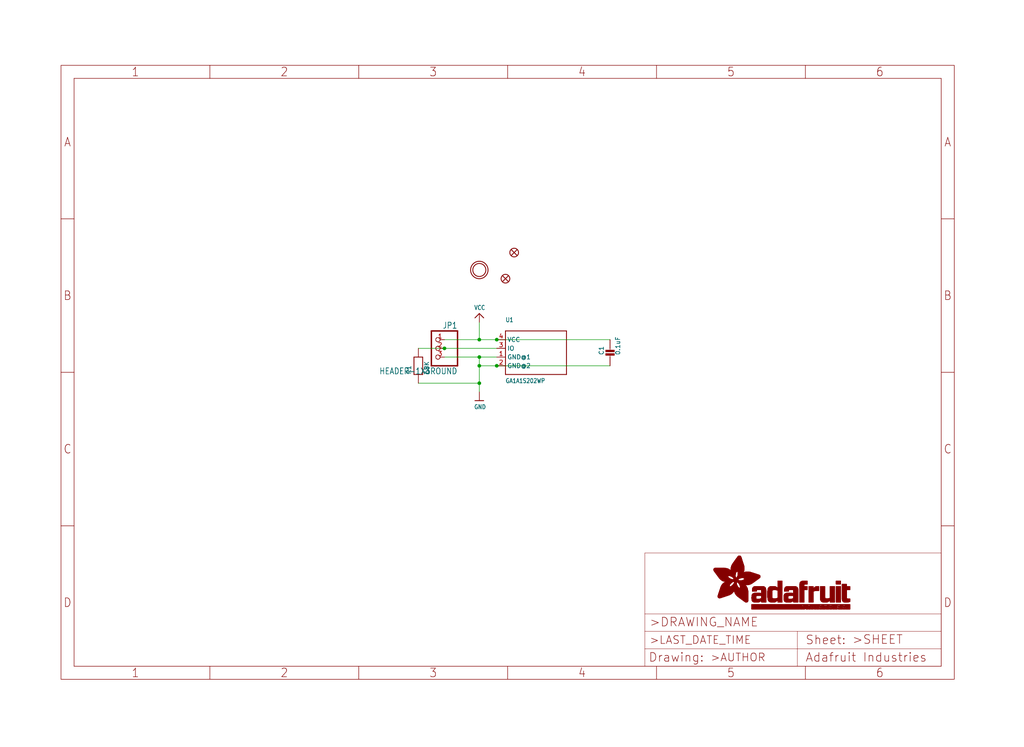
<source format=kicad_sch>
(kicad_sch (version 20211123) (generator eeschema)
  (paper "User" 298.45 217.881)
  (lib_symbols
    (symbol "eagleSchem-eagle-import:CAP_CERAMIC_0805MP"
      (property "Reference" "C" (at -1.79 0.54 90))
      (property "Value" "CAP_CERAMIC_0805MP" (at 3 0.54 90))
      (symbol "CAP_CERAMIC_0805MP_1_0"
        (pin passive line (at 0 5.08 270) (length 2.54) (name "P$1") (number "1"))
        (pin passive line (at 0 -2.54 90) (length 2.54) (name "P$2") (number "2"))
      )
    )
    (symbol "eagleSchem-eagle-import:FIDUCIAL{dblquote}{dblquote}")
    (symbol "eagleSchem-eagle-import:FRAME_A4_ADAFRUIT"
      (symbol "FRAME_A4_ADAFRUIT_1_0"
        (text "1" (at 21.6958 1.905 0) (effects (font (size 2.54 2.286))))
        (text "1" (at 21.6958 177.165 0) (effects (font (size 2.54 2.286))))
        (text "2" (at 65.0875 1.905 0) (effects (font (size 2.54 2.286))))
        (text "2" (at 65.0875 177.165 0) (effects (font (size 2.54 2.286))))
        (text "3" (at 108.4792 1.905 0) (effects (font (size 2.54 2.286))))
        (text "3" (at 108.4792 177.165 0) (effects (font (size 2.54 2.286))))
        (text "4" (at 151.8708 1.905 0) (effects (font (size 2.54 2.286))))
        (text "4" (at 151.8708 177.165 0) (effects (font (size 2.54 2.286))))
        (text "5" (at 195.2625 1.905 0) (effects (font (size 2.54 2.286))))
        (text "5" (at 195.2625 177.165 0) (effects (font (size 2.54 2.286))))
        (text "6" (at 238.6542 1.905 0) (effects (font (size 2.54 2.286))))
        (text "6" (at 238.6542 177.165 0) (effects (font (size 2.54 2.286))))
        (text ">AUTHOR" (at 189.23 5.08 0) (effects (font (size 2.286 2.286)) (justify left bottom)))
        (text ">DRAWING_NAME" (at 171.45 15.24 0) (effects (font (size 2.54 2.54)) (justify left bottom)))
        (text ">LAST_DATE_TIME" (at 171.45 10.16 0) (effects (font (size 2.286 2.286)) (justify left bottom)))
        (text ">SHEET" (at 230.505 10.16 0) (effects (font (size 2.54 2.54)) (justify left bottom)))
        (text "A" (at 1.905 156.6863 0) (effects (font (size 2.54 2.286))))
        (text "A" (at 258.445 156.6863 0) (effects (font (size 2.54 2.286))))
        (text "Adafruit Industries" (at 216.916 4.953 0) (effects (font (size 2.54 2.54)) (justify left bottom)))
        (text "B" (at 1.905 111.9188 0) (effects (font (size 2.54 2.286))))
        (text "B" (at 258.445 111.9188 0) (effects (font (size 2.54 2.286))))
        (text "C" (at 1.905 67.1513 0) (effects (font (size 2.54 2.286))))
        (text "C" (at 258.445 67.1513 0) (effects (font (size 2.54 2.286))))
        (text "D" (at 1.905 22.3838 0) (effects (font (size 2.54 2.286))))
        (text "D" (at 258.445 22.3838 0) (effects (font (size 2.54 2.286))))
        (text "Drawing:" (at 171.196 4.953 0) (effects (font (size 2.54 2.54)) (justify left bottom)))
        (text "Sheet:" (at 216.916 10.033 0) (effects (font (size 2.54 2.54)) (justify left bottom)))
      )
    )
    (symbol "eagleSchem-eagle-import:GA1A1S202WP"
      (property "Reference" "U" (at -10.16 7.62 0))
      (property "Value" "GA1A1S202WP" (at -10.16 -10.16 0))
      (symbol "GA1A1S202WP_1_0"
        (pin power_in line (at -12.7 -2.54 0) (length 2.54) (name "GND@1") (number "1"))
        (pin power_in line (at -12.7 -5.08 0) (length 2.54) (name "GND@2") (number "2"))
        (pin output line (at -12.7 0 0) (length 2.54) (name "IO") (number "3"))
        (pin power_in line (at -12.7 2.54 0) (length 2.54) (name "VCC") (number "4"))
      )
    )
    (symbol "eagleSchem-eagle-import:GND" (power)
      (property "Value" "GND" (at -1.524 -2.54 0))
      (symbol "GND_1_0"
        (pin power_in line (at 0 2.54 270) (length 2.54) (name "GND") (number "1"))
      )
    )
    (symbol "eagleSchem-eagle-import:HEADER-1X3ROUND"
      (property "Reference" "JP" (at -6.35 5.715 0))
      (property "Value" "HEADER-1X3ROUND" (at -6.35 -7.62 0))
      (symbol "HEADER-1X3ROUND_1_0"
        (pin passive inverted (at -2.54 2.54 0) (length 2.54) (name "1") (number "1"))
        (pin passive inverted (at -2.54 0 0) (length 2.54) (name "2") (number "2"))
        (pin passive inverted (at -2.54 -2.54 0) (length 2.54) (name "3") (number "3"))
      )
    )
    (symbol "eagleSchem-eagle-import:MOUNTINGHOLE2.5")
    (symbol "eagleSchem-eagle-import:RESISTOR_0805MP"
      (property "Reference" "R" (at -2.54 2.032 0))
      (property "Value" "RESISTOR_0805MP" (at -2.54 -3.175 0))
      (symbol "RESISTOR_0805MP_1_0"
        (pin passive line (at -5.08 0 0) (length 2.54) (name "1") (number "1"))
        (pin passive line (at 5.08 0 180) (length 2.54) (name "2") (number "2"))
      )
    )
    (symbol "eagleSchem-eagle-import:VCC" (power)
      (property "Value" "VCC" (at -1.524 1.016 0))
      (symbol "VCC_1_0"
        (pin power_in line (at 0 -2.54 90) (length 2.54) (name "VCC") (number "1"))
      )
    )
  )
  (junction (at 139.7 111.76))
  (junction (at 139.7 104.14))
  (junction (at 144.78 99.06))
  (junction (at 144.78 106.68))
  (junction (at 129.54 101.6))
  (junction (at 139.7 99.06))
  (junction (at 139.7 106.68))
  (wire (pts (xy 144.78 99.06) (xy 177.8 99.06)))
  (wire (pts (xy 139.7 111.76) (xy 139.7 114.3)))
  (wire (pts (xy 139.7 99.06) (xy 139.7 93.98)))
  (wire (pts (xy 139.7 99.06) (xy 129.54 99.06)))
  (wire (pts (xy 139.7 106.68) (xy 139.7 111.76)))
  (wire (pts (xy 144.78 99.06) (xy 139.7 99.06)))
  (wire (pts (xy 121.92 111.76) (xy 139.7 111.76)))
  (wire (pts (xy 144.78 106.68) (xy 177.8 106.68)))
  (wire (pts (xy 144.78 104.14) (xy 139.7 104.14)))
  (wire (pts (xy 144.78 106.68) (xy 139.7 106.68)))
  (wire (pts (xy 144.78 101.6) (xy 129.54 101.6)))
  (wire (pts (xy 139.7 104.14) (xy 129.54 104.14)))
  (wire (pts (xy 121.92 101.6) (xy 129.54 101.6)))
  (wire (pts (xy 139.7 104.14) (xy 139.7 106.68)))
  (symbol (lib_id "eagleSchem-eagle-import:FIDUCIAL{dblquote}{dblquote}") (at 149.86 73.66 0) (unit 1)
    (property "Reference" "FID1" (effects hide))
    (property "Value" "FIDUCIAL{dblquote}{dblquote}" (effects hide))
    (property "Footprint" "eagleSchem:FIDUCIAL_1MM" (effects hide))
  )
  (symbol (lib_id "eagleSchem-eagle-import:GND") (at 139.7 116.84 0) (unit 1)
    (property "Reference" "#U$2" (effects hide))
    (property "Value" "GND" (at 138.176 119.38 0) (effects (font (size 1.27 1.0795)) (justify left bottom)))
    (property "Footprint" "eagleSchem:" (effects hide))
  )
  (symbol (lib_id "eagleSchem-eagle-import:FIDUCIAL{dblquote}{dblquote}") (at 147.32 81.28 0) (unit 1)
    (property "Reference" "FID2" (effects hide))
    (property "Value" "FIDUCIAL{dblquote}{dblquote}" (effects hide))
    (property "Footprint" "eagleSchem:FIDUCIAL_1MM" (effects hide))
  )
  (symbol (lib_id "eagleSchem-eagle-import:GA1A1S202WP") (at 157.48 101.6 0) (unit 1)
    (property "Reference" "U1" (at 147.32 93.98 0) (effects (font (size 1.27 1.0795)) (justify left bottom)))
    (property "Value" "GA1A1S202WP" (at 147.32 111.76 0) (effects (font (size 1.27 1.0795)) (justify left bottom)))
    (property "Footprint" "eagleSchem:GA1A1S202WP" (effects hide))
  )
  (symbol (lib_id "eagleSchem-eagle-import:RESISTOR_0805MP") (at 121.92 106.68 90) (unit 1)
    (property "Reference" "R1" (at 119.888 109.22 0) (effects (justify left bottom)))
    (property "Value" "68K" (at 125.095 109.22 0) (effects (justify left bottom)))
    (property "Footprint" "eagleSchem:_0805MP" (effects hide))
  )
  (symbol (lib_id "eagleSchem-eagle-import:FRAME_A4_ADAFRUIT") (at 17.78 198.12 0) (unit 1)
    (property "Reference" "#U$1" (effects hide))
    (property "Value" "FRAME_A4_ADAFRUIT" (effects hide))
    (property "Footprint" "eagleSchem:" (effects hide))
  )
  (symbol (lib_id "eagleSchem-eagle-import:HEADER-1X3ROUND") (at 127 101.6 0) (mirror y) (unit 1)
    (property "Reference" "JP1" (at 133.35 95.885 0) (effects (font (size 1.778 1.5113)) (justify left bottom)))
    (property "Value" "HEADER-1X3ROUND" (at 133.35 109.22 0) (effects (font (size 1.778 1.5113)) (justify left bottom)))
    (property "Footprint" "eagleSchem:1X03_ROUND" (effects hide))
  )
  (symbol (lib_id "eagleSchem-eagle-import:VCC") (at 139.7 91.44 0) (unit 1)
    (property "Reference" "#P+1" (effects hide))
    (property "Value" "VCC" (at 138.176 90.424 0) (effects (font (size 1.27 1.0795)) (justify left bottom)))
    (property "Footprint" "eagleSchem:" (effects hide))
  )
  (symbol (lib_id "eagleSchem-eagle-import:CAP_CERAMIC_0805MP") (at 177.8 104.14 0) (unit 1)
    (property "Reference" "C1" (at 176.01 103.6 90) (effects (justify left bottom)))
    (property "Value" "0.1uF" (at 180.8 103.6 90) (effects (justify left bottom)))
    (property "Footprint" "eagleSchem:_0805MP" (effects hide))
  )
  (symbol (lib_id "eagleSchem-eagle-import:MOUNTINGHOLE2.5") (at 139.7 78.74 0) (unit 1)
    (property "Reference" "U$3" (effects hide))
    (property "Value" "MOUNTINGHOLE2.5" (effects hide))
    (property "Footprint" "eagleSchem:MOUNTINGHOLE_2.5_PLATED" (effects hide))
  )
)
</source>
